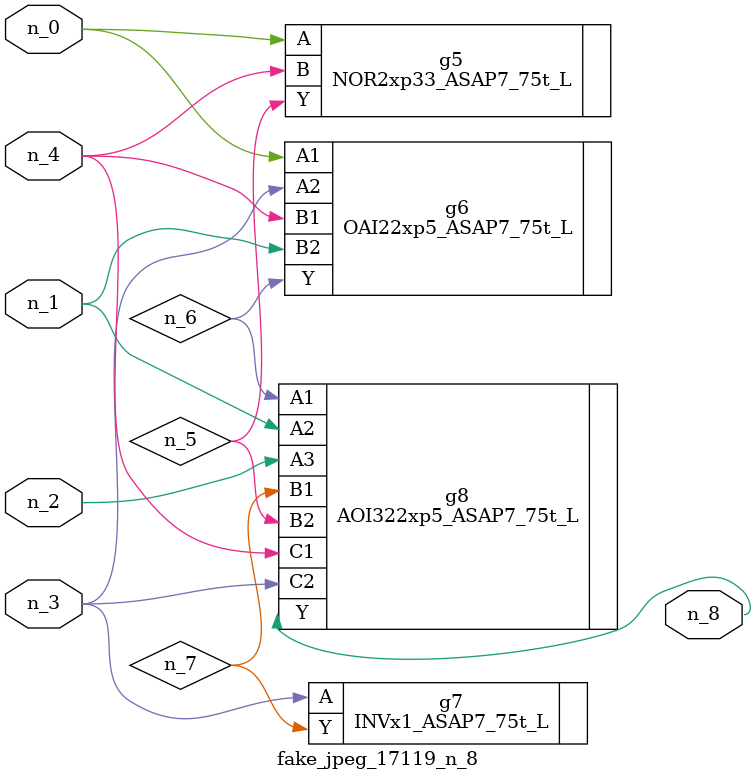
<source format=v>
module fake_jpeg_17119_n_8 (n_3, n_2, n_1, n_0, n_4, n_8);

input n_3;
input n_2;
input n_1;
input n_0;
input n_4;

output n_8;

wire n_6;
wire n_5;
wire n_7;

NOR2xp33_ASAP7_75t_L g5 ( 
.A(n_0),
.B(n_4),
.Y(n_5)
);

OAI22xp5_ASAP7_75t_L g6 ( 
.A1(n_0),
.A2(n_3),
.B1(n_4),
.B2(n_1),
.Y(n_6)
);

INVx1_ASAP7_75t_L g7 ( 
.A(n_3),
.Y(n_7)
);

AOI322xp5_ASAP7_75t_L g8 ( 
.A1(n_6),
.A2(n_1),
.A3(n_2),
.B1(n_7),
.B2(n_5),
.C1(n_4),
.C2(n_3),
.Y(n_8)
);


endmodule
</source>
